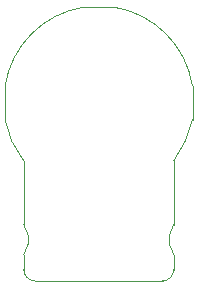
<source format=gbr>
%TF.GenerationSoftware,KiCad,Pcbnew,(6.0.5-0)*%
%TF.CreationDate,2022-12-27T15:40:18-08:00*%
%TF.ProjectId,talonsrx-enc-aeat-6600,74616c6f-6e73-4727-982d-656e632d6165,rev?*%
%TF.SameCoordinates,PX9157080PY6d01460*%
%TF.FileFunction,Profile,NP*%
%FSLAX46Y46*%
G04 Gerber Fmt 4.6, Leading zero omitted, Abs format (unit mm)*
G04 Created by KiCad (PCBNEW (6.0.5-0)) date 2022-12-27 15:40:18*
%MOMM*%
%LPD*%
G01*
G04 APERTURE LIST*
%TA.AperFunction,Profile*%
%ADD10C,0.050000*%
%TD*%
G04 APERTURE END LIST*
D10*
X14287500Y2222500D02*
X14287500Y952500D01*
X13915526Y3120526D02*
G75*
G03*
X14101513Y2671513I635000J0D01*
G01*
X14101513Y4313487D02*
G75*
G03*
X13915526Y3864474I449013J-449013D01*
G01*
X14287500Y2222500D02*
G75*
G03*
X14101513Y2671513I-635000J0D01*
G01*
X13915526Y3120526D02*
X13915526Y3864474D01*
X14101513Y4313487D02*
G75*
G03*
X14287500Y4762500I-449013J449013D01*
G01*
X1587500Y2222500D02*
X1587500Y952500D01*
X1959474Y3864474D02*
X1959474Y3120526D01*
X1587500Y4762500D02*
G75*
G03*
X1773487Y4313487I635000J0D01*
G01*
X1959474Y3864474D02*
G75*
G03*
X1773487Y4313487I-635000J0D01*
G01*
X1773487Y2671513D02*
G75*
G03*
X1959474Y3120526I-449013J449013D01*
G01*
X1773487Y2671513D02*
G75*
G03*
X1587500Y2222500I449013J-449013D01*
G01*
X13335000Y0D02*
G75*
G03*
X14287500Y952500I0J952500D01*
G01*
X1587500Y952500D02*
G75*
G03*
X2540000Y0I952500J0D01*
G01*
X14287500Y10160000D02*
G75*
G03*
X15874999Y13652500I-7634516J5577278D01*
G01*
X0Y13652500D02*
G75*
G03*
X1587500Y10160000I7686886J1386994D01*
G01*
X15874999Y16510000D02*
G75*
G03*
X9207500Y23177499I-7937499J-1270000D01*
G01*
X0Y16510000D02*
X0Y13652500D01*
X9207500Y23177500D02*
X6667500Y23177500D01*
X15875000Y16510000D02*
X15874999Y13652500D01*
X6667500Y23177499D02*
G75*
G03*
X1Y16510000I1270000J-7937499D01*
G01*
X14287500Y4762500D02*
X14287500Y10160000D01*
X1587500Y4762500D02*
X1587500Y10160000D01*
X2540000Y0D02*
X13335000Y0D01*
M02*

</source>
